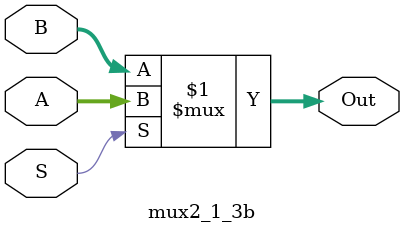
<source format=v>
module mux2_1_3b(A, B, S, Out);

//Mux selects from two 16b inputs, high selects input A
input [2:0] A;
input [2:0] B;
input S;
output [2:0] Out;

assign Out = S ? A : B;

endmodule
</source>
